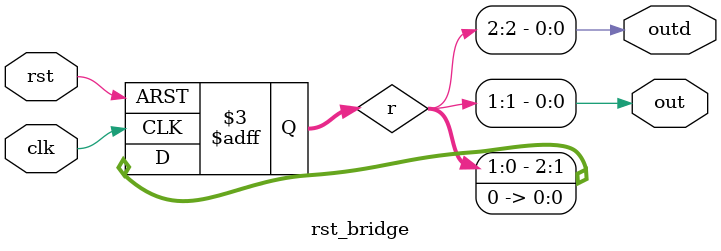
<source format=v>
/****************************************************************************

                        ---- rst_bridge ----

    Reset bridge with asynchronous assertion and synchronous de-assertion.

****************************************************************************/

module rst_bridge #(
    // Is reset initially asserted or de-asserted
    parameter INITIAL_VAL = 1'b1
) (
    input clk,  // clock
    input rst,  // 'dirty' asynchronous reset (async assert, async de-assert)
    output out, // 'clean' asynchronous reset (async assert, sync de-assert)
    output outd // same as 'out' but is held for 1 clock cycle longer
);

    reg [2:0] r = {3{INITIAL_VAL}};

    always @(posedge clk or posedge rst)
        if (rst)
            r <= {3{1'b1}};
        else
            r <= {r[1:0], 1'b0};

    assign out = r[1];
    assign outd = r[2];

endmodule

</source>
